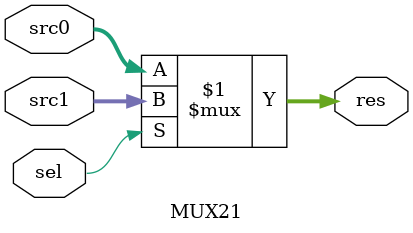
<source format=v>
module MUX21 # (
    parameter               WIDTH                   = 32
)(
    input                   [WIDTH-1 : 0]           src0, src1,
    input                   [      0 : 0]           sel,

    output                  [WIDTH-1 : 0]           res
);

    assign res = sel ? src1 : src0;

endmodule
</source>
